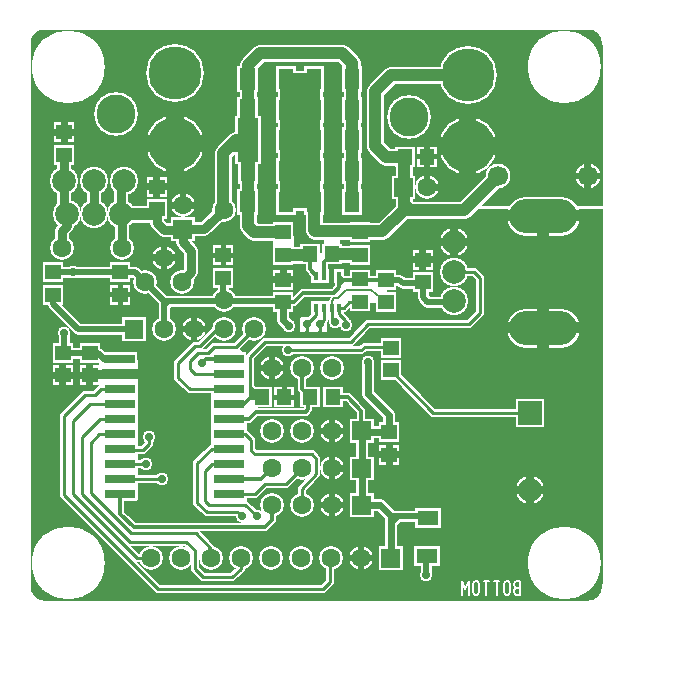
<source format=gbr>
%FSLAX34Y34*%
%MOMM*%
%LNCOPPER_BOTTOM*%
G71*
G01*
%ADD10R, 3.000X1.200*%
%ADD11C, 2.400*%
%ADD12C, 5.600*%
%ADD13C, 3.300*%
%ADD14C, 2.400*%
%ADD15C, 2.000*%
%ADD16R, 0.850X1.200*%
%ADD17C, 2.000*%
%ADD18C, 4.900*%
%ADD19C, 3.700*%
%ADD20C, 1.200*%
%ADD21R, 1.800X1.700*%
%ADD22C, 1.400*%
%ADD23R, 1.700X2.200*%
%ADD24C, 1.600*%
%ADD25R, 1.700X1.800*%
%ADD26C, 0.700*%
%ADD27R, 1.800X1.600*%
%ADD28C, 0.660*%
%ADD29C, 0.900*%
%ADD30C, 1.100*%
%ADD31C, 1.000*%
%ADD32C, 0.600*%
%ADD33R, 2.200X1.700*%
%ADD34C, 0.150*%
%ADD35C, 0.260*%
%ADD36C, 0.206*%
%ADD37C, 2.100*%
%ADD38C, 0.200*%
%ADD39R, 2.200X4.100*%
%ADD40C, 0.500*%
%ADD41C, 0.776*%
%ADD42C, 0.667*%
%ADD43C, 0.967*%
%ADD44C, 0.533*%
%ADD45C, 0.372*%
%ADD46C, 1.500*%
%ADD47C, 0.607*%
%ADD48C, 0.433*%
%ADD49C, 0.233*%
%ADD50C, 0.567*%
%ADD51R, 2.600X0.800*%
%ADD52C, 2.000*%
%ADD53C, 2.900*%
%ADD54C, 2.000*%
%ADD55C, 1.600*%
%ADD56R, 0.450X0.800*%
%ADD57C, 1.600*%
%ADD58C, 4.500*%
%ADD59C, 3.300*%
%ADD60C, 0.800*%
%ADD61R, 1.400X1.300*%
%ADD62R, 1.300X1.800*%
%ADD63R, 1.300X1.400*%
%ADD64C, 0.300*%
%ADD65C, 0.700*%
%ADD66R, 1.400X1.200*%
%ADD67R, 1.800X1.300*%
%ADD68C, 1.700*%
%ADD69R, 1.800X3.700*%
%LPD*%
G36*
X-4000Y3000D02*
X546000Y3000D01*
X546000Y-547000D01*
X-4000Y-547000D01*
X-4000Y3000D01*
G37*
%LPC*%
X176000Y-287300D02*
G54D10*
D03*
X176000Y-300000D02*
G54D10*
D03*
X176000Y-312700D02*
G54D10*
D03*
X176000Y-325400D02*
G54D10*
D03*
X176000Y-338100D02*
G54D10*
D03*
X176000Y-350800D02*
G54D10*
D03*
X176000Y-363500D02*
G54D10*
D03*
X176000Y-376200D02*
G54D10*
D03*
X176000Y-388900D02*
G54D10*
D03*
X176000Y-401600D02*
G54D10*
D03*
X84000Y-401600D02*
G54D10*
D03*
X84000Y-388900D02*
G54D10*
D03*
X84000Y-376200D02*
G54D10*
D03*
X84000Y-363500D02*
G54D10*
D03*
X84000Y-350800D02*
G54D10*
D03*
X84000Y-338100D02*
G54D10*
D03*
X84000Y-325400D02*
G54D10*
D03*
X84000Y-312700D02*
G54D10*
D03*
X84000Y-300000D02*
G54D10*
D03*
X84000Y-287300D02*
G54D10*
D03*
X39119Y-164850D02*
G54D11*
D03*
X62019Y-164850D02*
G54D11*
D03*
X84919Y-164850D02*
G54D11*
D03*
X40033Y-39986D02*
G54D12*
D03*
X460033Y-39986D02*
G54D12*
D03*
X460033Y-459986D02*
G54D12*
D03*
X40033Y-459986D02*
G54D12*
D03*
X431033Y-397986D02*
G54D11*
D03*
G36*
X443033Y-320986D02*
X443033Y-344986D01*
X419033Y-344986D01*
X419033Y-320986D01*
X443033Y-320986D01*
G37*
G54D13*
X456402Y-260837D02*
X427402Y-260837D01*
G54D13*
X456402Y-165837D02*
X427402Y-165837D01*
X366902Y-213337D02*
G54D14*
D03*
X366902Y-238337D02*
G54D14*
D03*
X366902Y-188337D02*
G54D14*
D03*
X212453Y-348099D02*
G54D15*
D03*
X237853Y-348099D02*
G54D15*
D03*
X263254Y-348099D02*
G54D15*
D03*
G36*
X278653Y-358099D02*
X278653Y-338099D01*
X298653Y-338099D01*
X298653Y-358099D01*
X278653Y-358099D01*
G37*
X250033Y-216875D02*
G54D16*
D03*
X250033Y-243875D02*
G54D16*
D03*
X256533Y-216875D02*
G54D16*
D03*
X256533Y-243875D02*
G54D16*
D03*
X263033Y-216875D02*
G54D16*
D03*
X263033Y-243875D02*
G54D16*
D03*
X269533Y-216875D02*
G54D16*
D03*
X269533Y-243875D02*
G54D16*
D03*
X212441Y-379931D02*
G54D15*
D03*
X237842Y-379931D02*
G54D15*
D03*
X263242Y-379931D02*
G54D15*
D03*
G36*
X278642Y-389931D02*
X278642Y-369931D01*
X298642Y-369931D01*
X298642Y-389931D01*
X278642Y-389931D01*
G37*
X105033Y-221986D02*
G54D17*
D03*
X135989Y-221986D02*
G54D17*
D03*
X120907Y-201349D02*
G54D17*
D03*
X137080Y-157287D02*
G54D17*
D03*
G36*
X147079Y-167287D02*
X147079Y-187287D01*
X127079Y-187287D01*
X127079Y-167287D01*
X147079Y-167287D01*
G37*
X378122Y-46878D02*
G54D18*
D03*
X378122Y-106878D02*
G54D18*
D03*
X328322Y-81978D02*
G54D19*
D03*
G36*
X85698Y-272031D02*
X85698Y-252031D01*
X105698Y-252031D01*
X105698Y-272031D01*
X85698Y-272031D01*
G37*
X121098Y-262031D02*
G54D15*
D03*
X146499Y-262031D02*
G54D15*
D03*
X171898Y-262031D02*
G54D15*
D03*
X197298Y-262031D02*
G54D15*
D03*
X85491Y-193135D02*
G54D17*
D03*
X34691Y-193135D02*
G54D17*
D03*
X36522Y-136374D02*
G54D11*
D03*
X61922Y-136374D02*
G54D11*
D03*
X87322Y-136374D02*
G54D11*
D03*
G54D20*
X36522Y-136374D02*
X36522Y-162254D01*
X39119Y-164850D01*
X39119Y-174581D01*
X34489Y-179212D01*
X34489Y-194934D01*
X34691Y-195135D01*
G54D20*
X85491Y-195135D02*
X85491Y-165422D01*
X84919Y-164850D01*
X84919Y-138777D01*
X87322Y-136374D01*
X36852Y-95374D02*
G54D21*
D03*
X36852Y-114374D02*
G54D21*
D03*
X114964Y-141383D02*
G54D21*
D03*
X114964Y-160383D02*
G54D21*
D03*
G54D20*
X36522Y-136374D02*
X36522Y-114703D01*
X36852Y-114374D01*
G54D20*
X61922Y-136374D02*
X61922Y-164754D01*
X62019Y-164850D01*
G54D22*
X84919Y-164850D02*
X110496Y-164850D01*
X114964Y-160383D01*
X247826Y-50158D02*
G54D23*
D03*
X280326Y-50258D02*
G54D23*
D03*
X247826Y-76158D02*
G54D23*
D03*
X280326Y-76258D02*
G54D23*
D03*
X247826Y-102158D02*
G54D23*
D03*
X280326Y-102258D02*
G54D23*
D03*
X247826Y-128158D02*
G54D23*
D03*
X280326Y-128258D02*
G54D23*
D03*
X247826Y-154158D02*
G54D23*
D03*
X280326Y-154258D02*
G54D23*
D03*
G36*
X183326Y-39158D02*
X200326Y-39158D01*
X200326Y-61158D01*
X183326Y-61158D01*
X183326Y-39158D01*
G37*
X224326Y-50258D02*
G54D23*
D03*
G36*
X183326Y-65158D02*
X200326Y-65158D01*
X200326Y-87158D01*
X183326Y-87158D01*
X183326Y-65158D01*
G37*
X224326Y-76258D02*
G54D23*
D03*
X191826Y-102158D02*
G54D23*
D03*
X224326Y-102258D02*
G54D23*
D03*
X191826Y-128158D02*
G54D23*
D03*
X224326Y-128258D02*
G54D23*
D03*
G36*
X183326Y-143158D02*
X200326Y-143158D01*
X200326Y-165158D01*
X183326Y-165158D01*
X183326Y-143158D01*
G37*
X224326Y-154258D02*
G54D23*
D03*
G54D22*
X280326Y-50258D02*
X280326Y-154258D01*
G54D22*
X247826Y-50158D02*
X247826Y-154158D01*
G54D22*
X191826Y-50158D02*
X191826Y-154158D01*
G54D22*
X224326Y-50258D02*
X224326Y-154258D01*
G54D24*
X20033Y14D02*
X480033Y14D01*
G54D24*
G75*
G01X20033Y14D02*
G03X33Y-19986I0J-20000D01*
G01*
G54D24*
G75*
G01X500033Y-19986D02*
G03X480033Y14I-20000J0D01*
G01*
G54D24*
X33Y-19986D02*
X33Y-479986D01*
G54D24*
G75*
G01X33Y-479986D02*
G03X20033Y-499986I20000J0D01*
G01*
G54D24*
X500033Y-19986D02*
X500033Y-479986D01*
G54D24*
G75*
G01X480033Y-499986D02*
G03X500033Y-479986I0J20000D01*
G01*
G54D24*
X20033Y-499986D02*
X480033Y-499986D01*
G54D22*
X280326Y-50258D02*
X280326Y-36279D01*
X272033Y-27986D01*
X202033Y-27986D01*
X192033Y-37986D01*
X192033Y-49951D01*
X191826Y-50158D01*
G36*
X224326Y-50258D02*
X224326Y-154258D01*
X247726Y-154258D01*
X247826Y-154158D01*
X247826Y-50158D01*
X224326Y-50258D01*
G37*
G54D22*
X224326Y-50258D02*
X224326Y-154258D01*
X247726Y-154258D01*
X247826Y-154158D01*
X247826Y-50158D01*
X224326Y-50258D01*
X344033Y-141986D02*
G54D17*
D03*
G36*
X334033Y-151986D02*
X314033Y-151986D01*
X314033Y-131986D01*
X334033Y-131986D01*
X334033Y-151986D01*
G37*
X324800Y-116100D02*
G54D25*
D03*
X343800Y-116101D02*
G54D25*
D03*
G54D22*
X324458Y-116758D02*
X324458Y-138614D01*
X325116Y-139272D01*
X222033Y-179986D02*
G54D21*
D03*
X222033Y-198986D02*
G54D21*
D03*
X287033Y-179986D02*
G54D21*
D03*
X287033Y-198986D02*
G54D21*
D03*
G54D22*
X248033Y-153986D02*
X248033Y-177986D01*
X249033Y-178986D01*
X306033Y-178986D01*
X324033Y-160986D01*
X324033Y-138986D01*
X263632Y-198469D02*
G54D25*
D03*
X244632Y-198469D02*
G54D25*
D03*
G54D22*
X222033Y-198986D02*
X244115Y-198986D01*
X244632Y-198469D01*
G54D22*
X263632Y-198469D02*
X285516Y-198469D01*
X286033Y-198986D01*
X84033Y-213986D02*
G54D21*
D03*
X84033Y-232986D02*
G54D21*
D03*
G54D26*
X244632Y-198469D02*
X244632Y-211475D01*
X250033Y-216875D01*
G54D26*
X256533Y-216875D02*
X256533Y-205568D01*
X263632Y-198469D01*
X287033Y-219386D02*
G54D27*
D03*
X287033Y-239386D02*
G54D27*
D03*
X309033Y-219986D02*
G54D21*
D03*
X309033Y-238986D02*
G54D21*
D03*
G54D26*
X308033Y-219986D02*
X286033Y-219986D01*
X272644Y-219986D01*
X269533Y-216875D01*
G54D28*
X269533Y-243875D02*
X273144Y-243875D01*
X278033Y-238986D01*
X285633Y-238986D01*
X286033Y-239386D01*
G54D28*
X272644Y-219986D02*
X272644Y-220375D01*
X270033Y-222986D01*
G36*
X323196Y-445843D02*
X323196Y-465843D01*
X303196Y-465843D01*
X303196Y-445843D01*
X323196Y-445843D01*
G37*
X287796Y-455843D02*
G54D15*
D03*
X262396Y-455844D02*
G54D15*
D03*
X236996Y-455843D02*
G54D15*
D03*
X211596Y-455843D02*
G54D15*
D03*
X186196Y-455843D02*
G54D15*
D03*
X160796Y-455844D02*
G54D15*
D03*
X135396Y-455844D02*
G54D15*
D03*
X27033Y-232986D02*
G54D21*
D03*
X27032Y-213987D02*
G54D21*
D03*
X58223Y-300940D02*
G54D21*
D03*
X58223Y-281941D02*
G54D21*
D03*
X35223Y-300940D02*
G54D21*
D03*
X35223Y-281941D02*
G54D21*
D03*
G54D29*
X35223Y-281941D02*
X58223Y-281941D01*
X153033Y-290986D02*
G54D30*
D03*
X36033Y-264986D02*
G54D30*
D03*
X313006Y-277923D02*
G54D21*
D03*
X313006Y-296923D02*
G54D21*
D03*
X212453Y-411099D02*
G54D15*
D03*
X237853Y-411099D02*
G54D15*
D03*
X263254Y-411099D02*
G54D15*
D03*
G36*
X278653Y-421099D02*
X278653Y-401099D01*
X298653Y-401099D01*
X298653Y-421099D01*
X278653Y-421099D01*
G37*
X171289Y-218445D02*
G54D21*
D03*
X171289Y-199445D02*
G54D21*
D03*
X44033Y-213986D02*
G54D30*
D03*
X222033Y-219986D02*
G54D21*
D03*
X222033Y-238986D02*
G54D21*
D03*
G54D29*
X27033Y-232986D02*
X27033Y-240986D01*
X48033Y-261986D01*
X95653Y-261986D01*
X95698Y-262031D01*
X110033Y-455986D02*
G54D15*
D03*
X212454Y-295099D02*
G54D15*
D03*
X237853Y-295099D02*
G54D15*
D03*
X263253Y-295099D02*
G54D15*
D03*
X244907Y-319852D02*
G54D25*
D03*
X263906Y-319851D02*
G54D25*
D03*
X203907Y-319852D02*
G54D25*
D03*
X222907Y-319851D02*
G54D25*
D03*
G54D26*
X176000Y-325400D02*
X188619Y-325400D01*
X194033Y-319986D01*
X203772Y-319986D01*
X203907Y-319852D01*
G54D26*
X237853Y-295099D02*
X237853Y-312798D01*
X244907Y-319852D01*
X339964Y-203383D02*
G54D21*
D03*
X339964Y-222383D02*
G54D21*
D03*
G54D26*
X263906Y-319851D02*
X276898Y-319851D01*
X288033Y-330986D01*
X288033Y-347478D01*
X288653Y-348099D01*
G54D26*
X176000Y-338100D02*
X192919Y-338100D01*
X199033Y-331986D01*
X241033Y-331986D01*
X243033Y-329986D01*
X243033Y-321726D01*
X244907Y-319852D01*
G54D28*
X171898Y-262031D02*
X165988Y-262031D01*
X151533Y-276486D01*
X147533Y-276486D01*
X133033Y-290986D01*
X133033Y-302986D01*
X142746Y-312700D01*
X176000Y-312700D01*
G54D28*
X197298Y-262031D02*
X196988Y-262031D01*
X182033Y-276986D01*
X163033Y-276986D01*
X158033Y-281986D01*
X150033Y-281986D01*
X143033Y-288986D01*
X143033Y-295986D01*
X147033Y-299986D01*
X175986Y-299986D01*
X176000Y-300000D01*
G54D26*
X176000Y-287300D02*
X156719Y-287300D01*
X153033Y-290986D01*
G54D26*
X176000Y-388900D02*
X203472Y-388900D01*
X212441Y-379931D01*
G54D31*
X313196Y-455843D02*
X313196Y-420150D01*
X304033Y-410986D01*
X288766Y-410986D01*
X288653Y-411099D01*
X288653Y-348099D01*
G54D28*
X176000Y-401600D02*
X198419Y-401600D01*
X207033Y-392986D01*
X224786Y-392986D01*
X237842Y-379931D01*
G54D32*
X263033Y-243875D02*
X263033Y-237986D01*
X265033Y-235986D01*
X268333Y-235986D01*
X275033Y-229286D01*
X296333Y-229286D01*
X309033Y-238986D01*
G54D28*
X176000Y-350800D02*
X189846Y-350800D01*
X195033Y-355986D01*
X195033Y-364986D01*
X198033Y-367986D01*
X246033Y-367986D01*
X250033Y-371986D01*
X250033Y-384986D01*
X238033Y-396986D01*
X238033Y-410920D01*
X237853Y-411099D01*
G54D29*
X36033Y-264986D02*
X36033Y-281131D01*
X35223Y-281941D01*
G54D29*
X58223Y-281941D02*
X64987Y-281941D01*
X71033Y-287986D01*
X83314Y-287986D01*
X84000Y-287300D01*
G54D28*
X84033Y-312486D02*
X67533Y-312486D01*
X62533Y-317486D01*
X54533Y-317486D01*
X36533Y-335486D01*
X36533Y-402486D01*
X116033Y-481986D01*
X256033Y-481986D01*
X262033Y-475986D01*
X262033Y-455986D01*
X262533Y-455986D01*
G54D28*
X84000Y-325400D02*
X58119Y-325400D01*
X44033Y-339486D01*
X44033Y-401986D01*
X98033Y-455986D01*
X110033Y-455986D01*
X344226Y-421758D02*
G54D33*
D03*
X344126Y-454258D02*
G54D33*
D03*
X343033Y-469986D02*
G54D30*
D03*
G54D29*
X313196Y-420150D02*
X342618Y-420150D01*
X344226Y-421758D01*
G54D29*
X343033Y-469986D02*
X343033Y-455351D01*
X344126Y-454258D01*
G54D28*
X84000Y-338100D02*
X66919Y-338100D01*
X51533Y-353486D01*
X51533Y-401486D01*
X92033Y-441986D01*
X140033Y-441986D01*
X226033Y-279986D02*
G54D30*
D03*
G54D28*
X366902Y-213337D02*
X383384Y-213337D01*
X389033Y-218986D01*
X389033Y-247986D01*
X379033Y-257986D01*
X294033Y-257986D01*
X279033Y-272986D01*
X207033Y-272986D01*
X194033Y-285986D01*
X194033Y-319986D01*
G54D28*
X226033Y-279986D02*
X288033Y-279986D01*
X291033Y-276986D01*
X313943Y-276986D01*
X316006Y-274923D01*
G54D28*
X186196Y-455843D02*
X186196Y-464823D01*
X179033Y-471986D01*
X154033Y-471986D01*
X147033Y-464986D01*
X147033Y-448986D01*
X140033Y-441986D01*
G54D28*
X103033Y-363986D02*
X84486Y-363986D01*
X84000Y-363500D01*
G54D28*
X160796Y-455844D02*
X160796Y-447750D01*
X148033Y-434986D01*
X93033Y-434986D01*
X59033Y-400986D01*
X59033Y-357986D01*
X66033Y-350986D01*
X83814Y-350986D01*
X84000Y-350800D01*
X106033Y-375986D02*
G54D30*
D03*
G54D28*
X106033Y-375986D02*
X84214Y-375986D01*
X84000Y-376200D01*
X119239Y-388510D02*
G54D30*
D03*
G54D28*
X120519Y-388500D02*
X84400Y-388500D01*
X84000Y-388900D01*
X275033Y-258486D02*
G54D30*
D03*
X266033Y-255986D02*
G54D30*
D03*
G54D28*
X263033Y-243875D02*
X263033Y-252986D01*
X265033Y-254986D01*
G54D28*
X269533Y-243875D02*
X269533Y-249486D01*
X274033Y-253986D01*
X274033Y-257986D01*
X311942Y-368482D02*
G54D21*
D03*
X311942Y-349482D02*
G54D21*
D03*
G54D22*
X191826Y-154158D02*
X191826Y-174779D01*
X197033Y-179986D01*
X222033Y-179986D01*
G54D28*
X256533Y-243875D02*
X256533Y-254486D01*
X253033Y-257986D01*
G54D28*
X250033Y-243875D02*
X250033Y-249986D01*
X242033Y-257986D01*
G36*
X162033Y-313986D02*
X162033Y-336986D01*
X192033Y-336986D01*
X200033Y-328986D01*
X200033Y-319986D01*
X194033Y-313986D01*
X194033Y-293986D01*
X186033Y-285986D01*
X186033Y-280986D01*
X182033Y-276986D01*
X163033Y-276986D01*
X158033Y-281986D01*
X142033Y-281986D01*
X133033Y-290986D01*
X133033Y-302986D01*
X142746Y-312700D01*
X162746Y-312700D01*
X163033Y-312986D01*
X162033Y-313986D01*
G37*
G54D34*
X162033Y-313986D02*
X162033Y-336986D01*
X192033Y-336986D01*
X200033Y-328986D01*
X200033Y-319986D01*
X194033Y-313986D01*
X194033Y-293986D01*
X186033Y-285986D01*
X186033Y-280986D01*
X182033Y-276986D01*
X163033Y-276986D01*
X158033Y-281986D01*
X142033Y-281986D01*
X133033Y-290986D01*
X133033Y-302986D01*
X142746Y-312700D01*
X162746Y-312700D01*
X163033Y-312986D01*
X162033Y-313986D01*
G36*
X98033Y-287986D02*
X98033Y-405986D01*
X69033Y-405986D01*
X69033Y-289986D01*
X98033Y-287986D01*
G37*
G54D34*
X98033Y-287986D02*
X98033Y-405986D01*
X69033Y-405986D01*
X69033Y-289986D01*
X98033Y-287986D01*
G36*
X67033Y-289986D02*
X71033Y-289986D01*
X71033Y-310986D01*
X67033Y-310986D01*
X67033Y-289986D01*
G37*
G54D34*
X67033Y-289986D02*
X71033Y-289986D01*
X71033Y-310986D01*
X67033Y-310986D01*
X67033Y-289986D01*
G54D35*
X360033Y-158986D02*
X500033Y-158986D01*
G54D29*
X105033Y-221986D02*
X121033Y-237986D01*
X221033Y-237986D01*
X222033Y-238986D01*
X171552Y-160726D02*
G54D15*
D03*
X171552Y-236926D02*
G54D15*
D03*
G54D22*
X191826Y-102158D02*
X181861Y-102158D01*
X171033Y-112986D01*
X171033Y-160206D01*
G54D29*
X27032Y-213987D02*
X44033Y-213986D01*
X61033Y-213986D01*
X84033Y-213986D01*
G54D29*
X84033Y-213986D02*
X96710Y-213986D01*
X104710Y-221986D01*
G54D20*
X114964Y-160383D02*
X114964Y-171918D01*
X121033Y-177986D01*
X136380Y-177986D01*
X137079Y-177287D01*
X154991Y-177287D01*
X171552Y-160726D01*
G36*
X269033Y-219986D02*
X287033Y-219986D01*
X287033Y-239386D01*
X269033Y-239386D01*
X269033Y-219986D01*
G37*
G54D34*
X269033Y-219986D02*
X287033Y-219986D01*
X287033Y-239386D01*
X269033Y-239386D01*
X269033Y-219986D01*
G36*
X248533Y-247486D02*
X253033Y-247486D01*
X253033Y-257986D01*
X248533Y-257986D01*
X248533Y-247486D01*
G37*
G54D34*
X248533Y-247486D02*
X253033Y-247486D01*
X253033Y-257986D01*
X248533Y-257986D01*
X248533Y-247486D01*
G36*
X287033Y-219386D02*
X309033Y-219386D01*
X309033Y-238986D01*
X287033Y-238986D01*
X287033Y-219386D01*
G37*
G54D34*
X287033Y-219386D02*
X309033Y-219386D01*
X309033Y-238986D01*
X287033Y-238986D01*
X287033Y-219386D01*
G36*
X244632Y-198469D02*
X257033Y-198469D01*
X257033Y-214486D01*
X244632Y-214486D01*
X244632Y-198469D01*
G37*
G54D34*
X244632Y-198469D02*
X257033Y-198469D01*
X257033Y-214486D01*
X244632Y-214486D01*
X244632Y-198469D01*
G36*
X214033Y-182986D02*
X230033Y-182986D01*
X230033Y-196486D01*
X214033Y-196486D01*
X214033Y-182986D01*
G37*
G54D34*
X214033Y-182986D02*
X230033Y-182986D01*
X230033Y-196486D01*
X214033Y-196486D01*
X214033Y-182986D01*
G36*
X257033Y-179486D02*
X269533Y-179486D01*
X269533Y-192486D01*
X257033Y-192486D01*
X257033Y-179486D01*
G37*
G54D34*
X257033Y-179486D02*
X269533Y-179486D01*
X269533Y-192486D01*
X257033Y-192486D01*
X257033Y-179486D01*
G36*
X190533Y-286486D02*
X190533Y-406486D01*
X161533Y-406486D01*
X161533Y-286486D01*
X190533Y-286486D01*
G37*
G54D34*
X190533Y-286486D02*
X190533Y-406486D01*
X161533Y-406486D01*
X161533Y-286486D01*
X190533Y-286486D01*
G36*
X176000Y-401600D02*
X198419Y-401600D01*
X207033Y-392986D01*
X224786Y-392986D01*
X237842Y-379931D01*
X247977Y-379931D01*
X251533Y-383486D01*
X251533Y-373486D01*
X247033Y-368986D01*
X199033Y-368986D01*
X195033Y-364986D01*
X195033Y-355986D01*
X189846Y-350800D01*
X176000Y-401600D01*
G37*
G54D34*
X176000Y-401600D02*
X198419Y-401600D01*
X207033Y-392986D01*
X224786Y-392986D01*
X237842Y-379931D01*
X247977Y-379931D01*
X251533Y-383486D01*
X251533Y-373486D01*
X247033Y-368986D01*
X199033Y-368986D01*
X195033Y-364986D01*
X195033Y-355986D01*
X189846Y-350800D01*
X176000Y-401600D01*
G36*
X228033Y-272986D02*
X278533Y-272986D01*
X278533Y-280486D01*
X228033Y-280486D01*
X228033Y-272986D01*
G37*
G54D34*
X228033Y-272986D02*
X278533Y-272986D01*
X278533Y-280486D01*
X228033Y-280486D01*
X228033Y-272986D01*
G36*
X87033Y-441986D02*
X140033Y-441986D01*
X147033Y-448986D01*
X147033Y-455986D01*
X160653Y-455986D01*
X160796Y-455844D01*
X160796Y-447750D01*
X148033Y-434986D01*
X89033Y-434986D01*
X87033Y-441986D01*
G37*
G54D34*
X87033Y-441986D02*
X140033Y-441986D01*
X147033Y-448986D01*
X147033Y-455986D01*
X160653Y-455986D01*
X160796Y-455844D01*
X160796Y-447750D01*
X148033Y-434986D01*
X89033Y-434986D01*
X87033Y-441986D01*
G54D22*
X380033Y-46986D02*
X313033Y-46986D01*
X300033Y-59986D01*
X300033Y-106986D01*
X309033Y-115986D01*
X325033Y-115986D01*
G36*
X75033Y-311986D02*
X84000Y-363500D01*
X84000Y-427000D01*
X59533Y-410986D01*
X45033Y-411986D01*
X36533Y-402486D01*
X36533Y-335486D01*
X54533Y-317486D01*
X64033Y-317486D01*
X69033Y-312486D01*
X75033Y-311986D01*
G37*
G54D34*
X75033Y-311986D02*
X84000Y-363500D01*
X84000Y-427000D01*
X59533Y-410986D01*
X45033Y-411986D01*
X36533Y-402486D01*
X36533Y-335486D01*
X54533Y-317486D01*
X64033Y-317486D01*
X69033Y-312486D01*
X75033Y-311986D01*
G54D20*
X137079Y-177287D02*
X137079Y-188533D01*
X144033Y-195486D01*
X144033Y-213943D01*
X135989Y-221986D01*
G54D26*
X269533Y-216875D02*
X269533Y-226486D01*
X264945Y-231074D01*
X238945Y-231074D01*
X231033Y-238986D01*
X222033Y-238986D01*
G54D36*
X422375Y-486764D02*
X422375Y-475209D01*
X419486Y-475209D01*
X418330Y-475931D01*
X417752Y-477375D01*
X417752Y-478820D01*
X418330Y-480264D01*
X419486Y-480987D01*
X418330Y-481709D01*
X417752Y-483153D01*
X417752Y-484598D01*
X418330Y-486042D01*
X419486Y-486764D01*
X422375Y-486764D01*
G54D36*
X422375Y-480987D02*
X419486Y-480987D01*
G54D36*
X409086Y-477375D02*
X409086Y-484598D01*
X409664Y-486042D01*
X410820Y-486764D01*
X411975Y-486764D01*
X413131Y-486042D01*
X413709Y-484598D01*
X413709Y-477375D01*
X413131Y-475931D01*
X411975Y-475209D01*
X410820Y-475209D01*
X409664Y-475931D01*
X409086Y-477375D01*
G54D36*
X402732Y-486764D02*
X402732Y-475209D01*
G54D36*
X405043Y-475209D02*
X400420Y-475209D01*
G54D36*
X394066Y-486764D02*
X394066Y-475209D01*
G54D36*
X396377Y-475209D02*
X391754Y-475209D01*
G54D36*
X383088Y-477375D02*
X383088Y-484598D01*
X383666Y-486042D01*
X384822Y-486764D01*
X385977Y-486764D01*
X387133Y-486042D01*
X387711Y-484598D01*
X387711Y-477375D01*
X387133Y-475931D01*
X385977Y-475209D01*
X384822Y-475209D01*
X383666Y-475931D01*
X383088Y-477375D01*
G54D36*
X379045Y-486764D02*
X379045Y-475209D01*
X376156Y-482431D01*
X373267Y-475209D01*
X373267Y-486764D01*
X130122Y-44878D02*
G54D18*
D03*
X130122Y-104878D02*
G54D18*
D03*
X80322Y-79978D02*
G54D19*
D03*
G54D29*
X309033Y-219986D02*
X320033Y-219986D01*
X323033Y-222986D01*
X339361Y-222986D01*
X339964Y-222383D01*
X339964Y-234918D01*
X344033Y-238986D01*
X366253Y-238986D01*
X366902Y-238337D01*
X403625Y-132301D02*
G54D37*
D03*
X479825Y-132301D02*
G54D37*
D03*
G54D22*
X324033Y-147986D02*
X324033Y-160986D01*
X374939Y-160986D01*
X403625Y-132301D01*
G54D38*
G75*
G01X70033Y-39986D02*
G03X70033Y-39986I-30000J0D01*
G01*
G36*
G75*
G01X70033Y-39986D02*
G03X70033Y-39986I-30000J0D01*
G01*
G37*
X70033Y-39986D01*
G54D38*
G75*
G01X490033Y-39986D02*
G03X490033Y-39986I-30000J0D01*
G01*
G36*
G75*
G01X490033Y-39986D02*
G03X490033Y-39986I-30000J0D01*
G01*
G37*
X490033Y-39986D01*
G54D38*
G75*
G01X70033Y-459986D02*
G03X70033Y-459986I-30000J0D01*
G01*
G36*
G75*
G01X70033Y-459986D02*
G03X70033Y-459986I-30000J0D01*
G01*
G37*
X70033Y-459986D01*
G54D38*
G75*
G01X490033Y-459986D02*
G03X490033Y-459986I-30000J0D01*
G01*
G36*
G75*
G01X490033Y-459986D02*
G03X490033Y-459986I-30000J0D01*
G01*
G37*
X490033Y-459986D01*
G54D28*
X431033Y-332986D02*
X349070Y-332986D01*
X313006Y-296923D01*
G54D29*
X121098Y-262031D02*
X121098Y-238052D01*
X121033Y-237986D01*
G54D29*
X125033Y-237986D02*
X122033Y-240986D01*
G54D29*
X326033Y-154986D02*
X327033Y-154986D01*
X332033Y-159986D01*
X253033Y-257986D02*
G54D30*
D03*
X242033Y-257986D02*
G54D30*
D03*
G36*
X237033Y-252686D02*
X258033Y-252686D01*
X258033Y-263686D01*
X237033Y-263686D01*
X237033Y-252686D01*
G37*
G54D34*
X237033Y-252686D02*
X258033Y-252686D01*
X258033Y-263686D01*
X237033Y-263686D01*
X237033Y-252686D01*
G36*
X194033Y-311986D02*
X195033Y-311986D01*
X199033Y-315986D01*
X199033Y-319986D01*
X194033Y-319986D01*
X194033Y-311986D01*
G37*
G54D28*
X194033Y-311986D02*
X195033Y-311986D01*
X199033Y-315986D01*
X199033Y-319986D01*
X194033Y-319986D01*
X194033Y-311986D01*
X237126Y-102158D02*
G54D39*
D03*
X191826Y-102158D02*
G54D39*
D03*
G36*
X179033Y-110986D02*
X185033Y-110986D01*
X185033Y-107986D01*
X183033Y-105986D01*
X183033Y-106986D01*
X179033Y-110986D01*
G37*
G54D32*
X179033Y-110986D02*
X185033Y-110986D01*
X185033Y-107986D01*
X183033Y-105986D01*
X183033Y-106986D01*
X179033Y-110986D01*
X108033Y-353286D02*
G54D30*
D03*
G54D28*
X103033Y-363986D02*
X108033Y-358986D01*
X108033Y-353286D01*
G54D26*
X84000Y-401600D02*
X84000Y-418154D01*
X95458Y-429611D01*
X206583Y-429611D01*
X212933Y-423261D01*
X212933Y-411578D01*
X212453Y-411099D01*
X199483Y-420436D02*
G54D30*
D03*
X186783Y-420436D02*
G54D30*
D03*
G54D28*
X176000Y-376200D02*
X161569Y-376200D01*
X155783Y-381986D01*
X155783Y-407386D01*
X158958Y-410561D01*
X189608Y-410561D01*
X199483Y-420436D01*
G54D28*
X176000Y-363500D02*
X161569Y-363500D01*
X149433Y-375636D01*
X149433Y-408974D01*
X157370Y-416911D01*
X183258Y-416911D01*
X186783Y-420436D01*
G36*
X166895Y-364524D02*
X166895Y-407386D01*
X157370Y-416911D01*
X149433Y-408974D01*
X149433Y-375636D01*
X161569Y-363500D01*
X166895Y-364524D01*
G37*
G54D35*
X166895Y-364524D02*
X166895Y-407386D01*
X157370Y-416911D01*
X149433Y-408974D01*
X149433Y-375636D01*
X161569Y-363500D01*
X166895Y-364524D01*
G36*
X158958Y-410561D02*
X158958Y-415324D01*
X157370Y-416911D01*
X183258Y-416911D01*
X186783Y-420436D01*
X186783Y-428861D01*
X187533Y-429611D01*
X206583Y-429611D01*
X212933Y-423261D01*
X212933Y-411578D01*
X212453Y-411099D01*
X208820Y-411099D01*
X199483Y-420436D01*
X189608Y-410561D01*
X158958Y-410561D01*
G37*
G54D35*
X158958Y-410561D02*
X158958Y-415324D01*
X157370Y-416911D01*
X183258Y-416911D01*
X186783Y-420436D01*
X186783Y-428861D01*
X187533Y-429611D01*
X206583Y-429611D01*
X212933Y-423261D01*
X212933Y-411578D01*
X212453Y-411099D01*
X208820Y-411099D01*
X199483Y-420436D01*
X189608Y-410561D01*
X158958Y-410561D01*
G54D31*
X311942Y-349482D02*
X290036Y-349482D01*
X288653Y-348099D01*
G54D31*
X222033Y-238986D02*
X222033Y-254562D01*
X227220Y-259749D01*
G54D31*
X293895Y-289911D02*
X293895Y-316899D01*
X311358Y-334361D01*
X311358Y-348898D01*
X311942Y-349482D01*
X293895Y-289911D02*
G54D30*
D03*
X227220Y-259749D02*
G54D30*
D03*
G54D29*
X171289Y-218445D02*
X171289Y-236663D01*
X171552Y-236926D01*
G54D29*
X319295Y-420086D02*
X312945Y-426436D01*
G36*
X-21467Y10514D02*
X543533Y10514D01*
X543533Y514D01*
X-21467Y514D01*
X-21467Y10514D01*
G37*
G54D40*
X-21467Y10514D02*
X543533Y10514D01*
X543533Y514D01*
X-21467Y514D01*
X-21467Y10514D01*
G36*
X546533Y514D02*
X545533Y-547486D01*
X498533Y-547486D01*
X498533Y514D01*
X546533Y514D01*
G37*
G54D40*
X546533Y514D02*
X545533Y-547486D01*
X498533Y-547486D01*
X498533Y514D01*
X546533Y514D01*
G36*
X-21467Y-499486D02*
X-21467Y-544486D01*
X545533Y-547486D01*
X546533Y-499486D01*
X-21467Y-499486D01*
G37*
G54D40*
X-21467Y-499486D02*
X-21467Y-544486D01*
X545533Y-547486D01*
X546533Y-499486D01*
X-21467Y-499486D01*
G36*
X3533Y-534486D02*
X-21467Y-534486D01*
X-21467Y10514D01*
X3533Y10514D01*
X3533Y-534486D01*
G37*
G54D40*
X3533Y-534486D02*
X-21467Y-534486D01*
X-21467Y10514D01*
X3533Y10514D01*
X3533Y-534486D01*
%LPD*%
G54D41*
G36*
X84000Y-296120D02*
X99500Y-296120D01*
X99500Y-303880D01*
X84000Y-303880D01*
X84000Y-296120D01*
G37*
G36*
X84000Y-303880D02*
X68500Y-303880D01*
X68500Y-296120D01*
X84000Y-296120D01*
X84000Y-303880D01*
G37*
G54D42*
G36*
X431033Y-394653D02*
X443533Y-394653D01*
X443533Y-401320D01*
X431033Y-401320D01*
X431033Y-394653D01*
G37*
G36*
X434366Y-397986D02*
X434366Y-410486D01*
X427699Y-410486D01*
X427699Y-397986D01*
X434366Y-397986D01*
G37*
G36*
X431033Y-401320D02*
X418533Y-401320D01*
X418533Y-394653D01*
X431033Y-394653D01*
X431033Y-401320D01*
G37*
G36*
X427699Y-397986D02*
X427699Y-385486D01*
X434366Y-385486D01*
X434366Y-397986D01*
X427699Y-397986D01*
G37*
G54D43*
G36*
X441902Y-256004D02*
X473402Y-256004D01*
X473402Y-265671D01*
X441902Y-265671D01*
X441902Y-256004D01*
G37*
G36*
X446735Y-260837D02*
X446735Y-277837D01*
X437068Y-277837D01*
X437068Y-260837D01*
X446735Y-260837D01*
G37*
G36*
X441902Y-265671D02*
X410402Y-265671D01*
X410402Y-256004D01*
X441902Y-256004D01*
X441902Y-265671D01*
G37*
G36*
X437068Y-260837D02*
X437068Y-243837D01*
X446735Y-243837D01*
X446735Y-260837D01*
X437068Y-260837D01*
G37*
G54D43*
G36*
X441902Y-161004D02*
X473402Y-161004D01*
X473402Y-170671D01*
X441902Y-170671D01*
X441902Y-161004D01*
G37*
G36*
X446735Y-165837D02*
X446735Y-182837D01*
X437068Y-182837D01*
X437068Y-165837D01*
X446735Y-165837D01*
G37*
G36*
X441902Y-170671D02*
X410402Y-170671D01*
X410402Y-161004D01*
X441902Y-161004D01*
X441902Y-170671D01*
G37*
G54D42*
G36*
X366902Y-185004D02*
X379402Y-185004D01*
X379402Y-191671D01*
X366902Y-191671D01*
X366902Y-185004D01*
G37*
G36*
X370235Y-188337D02*
X370235Y-200837D01*
X363568Y-200837D01*
X363568Y-188337D01*
X370235Y-188337D01*
G37*
G36*
X366902Y-191671D02*
X354402Y-191671D01*
X354402Y-185004D01*
X366902Y-185004D01*
X366902Y-191671D01*
G37*
G36*
X363568Y-188337D02*
X363568Y-175837D01*
X370235Y-175837D01*
X370235Y-188337D01*
X363568Y-188337D01*
G37*
G54D44*
G36*
X263254Y-350766D02*
X252754Y-350766D01*
X252754Y-345433D01*
X263254Y-345433D01*
X263254Y-350766D01*
G37*
G36*
X260587Y-348099D02*
X260587Y-337599D01*
X265920Y-337599D01*
X265920Y-348099D01*
X260587Y-348099D01*
G37*
G36*
X263254Y-345433D02*
X273754Y-345433D01*
X273754Y-350766D01*
X263254Y-350766D01*
X263254Y-345433D01*
G37*
G36*
X265920Y-348099D02*
X265920Y-358599D01*
X260587Y-358599D01*
X260587Y-348099D01*
X265920Y-348099D01*
G37*
G54D45*
G36*
X261173Y-216875D02*
X261173Y-210375D01*
X264893Y-210375D01*
X264893Y-216875D01*
X261173Y-216875D01*
G37*
G36*
X264893Y-216875D02*
X264893Y-223375D01*
X261173Y-223375D01*
X261173Y-216875D01*
X264893Y-216875D01*
G37*
G54D44*
G36*
X260575Y-379931D02*
X260575Y-369431D01*
X265908Y-369431D01*
X265908Y-379931D01*
X260575Y-379931D01*
G37*
G36*
X263242Y-377265D02*
X273742Y-377265D01*
X273742Y-382598D01*
X263242Y-382598D01*
X263242Y-377265D01*
G37*
G36*
X265908Y-379931D02*
X265908Y-390431D01*
X260575Y-390431D01*
X260575Y-379931D01*
X265908Y-379931D01*
G37*
G54D44*
G36*
X118241Y-201349D02*
X118241Y-190849D01*
X123574Y-190849D01*
X123574Y-201349D01*
X118241Y-201349D01*
G37*
G36*
X120907Y-198682D02*
X131407Y-198682D01*
X131407Y-204016D01*
X120907Y-204016D01*
X120907Y-198682D01*
G37*
G36*
X123574Y-201349D02*
X123574Y-211849D01*
X118241Y-211849D01*
X118241Y-201349D01*
X123574Y-201349D01*
G37*
G36*
X120907Y-204016D02*
X110407Y-204016D01*
X110407Y-198682D01*
X120907Y-198682D01*
X120907Y-204016D01*
G37*
G54D44*
G36*
X137080Y-154621D02*
X147580Y-154621D01*
X147580Y-159954D01*
X137080Y-159954D01*
X137080Y-154621D01*
G37*
G36*
X137080Y-159954D02*
X126580Y-159954D01*
X126580Y-154621D01*
X137080Y-154621D01*
X137080Y-159954D01*
G37*
G36*
X134413Y-157287D02*
X134413Y-146787D01*
X139746Y-146787D01*
X139746Y-157287D01*
X134413Y-157287D01*
G37*
G54D46*
G36*
X378122Y-99378D02*
X403122Y-99378D01*
X403122Y-114378D01*
X378122Y-114378D01*
X378122Y-99378D01*
G37*
G36*
X385622Y-106878D02*
X385622Y-131878D01*
X370622Y-131878D01*
X370622Y-106878D01*
X385622Y-106878D01*
G37*
G36*
X378122Y-114378D02*
X353122Y-114378D01*
X353122Y-99378D01*
X378122Y-99378D01*
X378122Y-114378D01*
G37*
G36*
X370622Y-106878D02*
X370622Y-81878D01*
X385622Y-81878D01*
X385622Y-106878D01*
X370622Y-106878D01*
G37*
G54D44*
G36*
X146499Y-264698D02*
X135999Y-264698D01*
X135999Y-259365D01*
X146499Y-259365D01*
X146499Y-264698D01*
G37*
G36*
X143832Y-262031D02*
X143832Y-251531D01*
X149165Y-251531D01*
X149165Y-262031D01*
X143832Y-262031D01*
G37*
G36*
X146499Y-259365D02*
X156999Y-259365D01*
X156999Y-264698D01*
X146499Y-264698D01*
X146499Y-259365D01*
G37*
G36*
X149165Y-262031D02*
X149165Y-272531D01*
X143832Y-272531D01*
X143832Y-262031D01*
X149165Y-262031D01*
G37*
G54D47*
G36*
X36852Y-92341D02*
X46352Y-92341D01*
X46352Y-98408D01*
X36852Y-98408D01*
X36852Y-92341D01*
G37*
G36*
X39885Y-95374D02*
X39885Y-104374D01*
X33818Y-104374D01*
X33818Y-95374D01*
X39885Y-95374D01*
G37*
G36*
X36852Y-98408D02*
X27352Y-98408D01*
X27352Y-92341D01*
X36852Y-92341D01*
X36852Y-98408D01*
G37*
G36*
X33818Y-95374D02*
X33818Y-86374D01*
X39885Y-86374D01*
X39885Y-95374D01*
X33818Y-95374D01*
G37*
G54D47*
G36*
X114964Y-138350D02*
X124464Y-138350D01*
X124464Y-144417D01*
X114964Y-144417D01*
X114964Y-138350D01*
G37*
G36*
X117997Y-141383D02*
X117997Y-150383D01*
X111930Y-150383D01*
X111930Y-141383D01*
X117997Y-141383D01*
G37*
G36*
X114964Y-144417D02*
X105464Y-144417D01*
X105464Y-138350D01*
X114964Y-138350D01*
X114964Y-144417D01*
G37*
G36*
X111930Y-141383D02*
X111930Y-132383D01*
X117997Y-132383D01*
X117997Y-141383D01*
X111930Y-141383D01*
G37*
G54D44*
G36*
X341366Y-141986D02*
X341366Y-131486D01*
X346699Y-131486D01*
X346699Y-141986D01*
X341366Y-141986D01*
G37*
G36*
X344033Y-139320D02*
X354533Y-139320D01*
X354533Y-144653D01*
X344033Y-144653D01*
X344033Y-139320D01*
G37*
G54D48*
G36*
X341634Y-116101D02*
X341634Y-106601D01*
X345966Y-106601D01*
X345966Y-116101D01*
X341634Y-116101D01*
G37*
G36*
X343800Y-113934D02*
X352800Y-113934D01*
X352800Y-118267D01*
X343800Y-118267D01*
X343800Y-113934D01*
G37*
G36*
X345966Y-116101D02*
X345966Y-125601D01*
X341634Y-125601D01*
X341634Y-116101D01*
X345966Y-116101D01*
G37*
G36*
X343800Y-118267D02*
X334800Y-118267D01*
X334800Y-113934D01*
X343800Y-113934D01*
X343800Y-118267D01*
G37*
G54D48*
G36*
X84033Y-230820D02*
X93533Y-230820D01*
X93533Y-235153D01*
X84033Y-235153D01*
X84033Y-230820D01*
G37*
G36*
X86199Y-232986D02*
X86199Y-241986D01*
X81866Y-241986D01*
X81866Y-232986D01*
X86199Y-232986D01*
G37*
G36*
X84033Y-235153D02*
X74533Y-235153D01*
X74533Y-230820D01*
X84033Y-230820D01*
X84033Y-235153D01*
G37*
G36*
X81866Y-232986D02*
X81866Y-223986D01*
X86199Y-223986D01*
X86199Y-232986D01*
X81866Y-232986D01*
G37*
G54D49*
G36*
X186366Y-199424D02*
X186366Y-195424D01*
X188699Y-195424D01*
X188699Y-199424D01*
X186366Y-199424D01*
G37*
G36*
X187533Y-198257D02*
X191533Y-198257D01*
X191533Y-200590D01*
X187533Y-200590D01*
X187533Y-198257D01*
G37*
G36*
X188699Y-199424D02*
X188699Y-203424D01*
X186366Y-203424D01*
X186366Y-199424D01*
X188699Y-199424D01*
G37*
G36*
X187533Y-200590D02*
X183533Y-200590D01*
X183533Y-198257D01*
X187533Y-198257D01*
X187533Y-200590D01*
G37*
G54D49*
G36*
X241208Y-245582D02*
X245208Y-245582D01*
X245208Y-247916D01*
X241208Y-247916D01*
X241208Y-245582D01*
G37*
G36*
X242374Y-246749D02*
X242374Y-250749D01*
X240041Y-250749D01*
X240041Y-246749D01*
X242374Y-246749D01*
G37*
G54D44*
G36*
X287796Y-453177D02*
X298296Y-453177D01*
X298296Y-458510D01*
X287796Y-458510D01*
X287796Y-453177D01*
G37*
G36*
X290462Y-455843D02*
X290462Y-466343D01*
X285129Y-466343D01*
X285129Y-455843D01*
X290462Y-455843D01*
G37*
G36*
X287796Y-458510D02*
X277296Y-458510D01*
X277296Y-453177D01*
X287796Y-453177D01*
X287796Y-458510D01*
G37*
G36*
X285129Y-455843D02*
X285129Y-445343D01*
X290462Y-445343D01*
X290462Y-455843D01*
X285129Y-455843D01*
G37*
G54D47*
G36*
X58223Y-303974D02*
X48723Y-303974D01*
X48723Y-297907D01*
X58223Y-297907D01*
X58223Y-303974D01*
G37*
G36*
X55189Y-300940D02*
X55189Y-291940D01*
X61256Y-291940D01*
X61256Y-300940D01*
X55189Y-300940D01*
G37*
G36*
X58223Y-297907D02*
X67723Y-297907D01*
X67723Y-303974D01*
X58223Y-303974D01*
X58223Y-297907D01*
G37*
G36*
X61256Y-300940D02*
X61256Y-309940D01*
X55189Y-309940D01*
X55189Y-300940D01*
X61256Y-300940D01*
G37*
G54D47*
G36*
X35223Y-303974D02*
X25723Y-303974D01*
X25723Y-297907D01*
X35223Y-297907D01*
X35223Y-303974D01*
G37*
G36*
X32189Y-300940D02*
X32189Y-291940D01*
X38256Y-291940D01*
X38256Y-300940D01*
X32189Y-300940D01*
G37*
G36*
X35223Y-297907D02*
X44723Y-297907D01*
X44723Y-303974D01*
X35223Y-303974D01*
X35223Y-297907D01*
G37*
G36*
X38256Y-300940D02*
X38256Y-309940D01*
X32189Y-309940D01*
X32189Y-300940D01*
X38256Y-300940D01*
G37*
G54D44*
G36*
X263254Y-413766D02*
X252754Y-413766D01*
X252754Y-408433D01*
X263254Y-408433D01*
X263254Y-413766D01*
G37*
G36*
X260587Y-411099D02*
X260587Y-400599D01*
X265920Y-400599D01*
X265920Y-411099D01*
X260587Y-411099D01*
G37*
G36*
X263254Y-408433D02*
X273754Y-408433D01*
X273754Y-413766D01*
X263254Y-413766D01*
X263254Y-408433D01*
G37*
G36*
X265920Y-411099D02*
X265920Y-421599D01*
X260587Y-421599D01*
X260587Y-411099D01*
X265920Y-411099D01*
G37*
G54D48*
G36*
X171289Y-201611D02*
X161789Y-201611D01*
X161789Y-197278D01*
X171289Y-197278D01*
X171289Y-201611D01*
G37*
G36*
X169122Y-199445D02*
X169122Y-190445D01*
X173455Y-190445D01*
X173455Y-199445D01*
X169122Y-199445D01*
G37*
G36*
X171289Y-197278D02*
X180789Y-197278D01*
X180789Y-201611D01*
X171289Y-201611D01*
X171289Y-197278D01*
G37*
G36*
X173455Y-199445D02*
X173455Y-208445D01*
X169122Y-208445D01*
X169122Y-199445D01*
X173455Y-199445D01*
G37*
G54D47*
G36*
X222033Y-216953D02*
X231533Y-216953D01*
X231533Y-223020D01*
X222033Y-223020D01*
X222033Y-216953D01*
G37*
G36*
X222033Y-223020D02*
X212533Y-223020D01*
X212533Y-216953D01*
X222033Y-216953D01*
X222033Y-223020D01*
G37*
G36*
X218999Y-219986D02*
X218999Y-210986D01*
X225066Y-210986D01*
X225066Y-219986D01*
X218999Y-219986D01*
G37*
G54D44*
G36*
X212454Y-297766D02*
X201954Y-297766D01*
X201954Y-292433D01*
X212454Y-292433D01*
X212454Y-297766D01*
G37*
G36*
X209787Y-295099D02*
X209787Y-284599D01*
X215120Y-284599D01*
X215120Y-295099D01*
X209787Y-295099D01*
G37*
G36*
X212454Y-292433D02*
X222954Y-292433D01*
X222954Y-297766D01*
X212454Y-297766D01*
X212454Y-292433D01*
G37*
G36*
X215120Y-295099D02*
X215120Y-305599D01*
X209787Y-305599D01*
X209787Y-295099D01*
X215120Y-295099D01*
G37*
G54D48*
G36*
X220740Y-319851D02*
X220740Y-310351D01*
X225073Y-310351D01*
X225073Y-319851D01*
X220740Y-319851D01*
G37*
G36*
X222907Y-317685D02*
X231907Y-317685D01*
X231907Y-322018D01*
X222907Y-322018D01*
X222907Y-317685D01*
G37*
G36*
X222907Y-322018D02*
X213907Y-322018D01*
X213907Y-317685D01*
X222907Y-317685D01*
X222907Y-322018D01*
G37*
G54D47*
G36*
X339964Y-200350D02*
X349464Y-200350D01*
X349464Y-206417D01*
X339964Y-206417D01*
X339964Y-200350D01*
G37*
G36*
X342997Y-203383D02*
X342997Y-212383D01*
X336930Y-212383D01*
X336930Y-203383D01*
X342997Y-203383D01*
G37*
G36*
X339964Y-206417D02*
X330464Y-206417D01*
X330464Y-200350D01*
X339964Y-200350D01*
X339964Y-206417D01*
G37*
G36*
X336930Y-203383D02*
X336930Y-194383D01*
X342997Y-194383D01*
X342997Y-203383D01*
X336930Y-203383D01*
G37*
G54D49*
G36*
X236866Y-219986D02*
X236866Y-215986D01*
X239199Y-215986D01*
X239199Y-219986D01*
X236866Y-219986D01*
G37*
G36*
X238033Y-218820D02*
X242033Y-218820D01*
X242033Y-221153D01*
X238033Y-221153D01*
X238033Y-218820D01*
G37*
G36*
X239199Y-219986D02*
X239199Y-223986D01*
X236866Y-223986D01*
X236866Y-219986D01*
X239199Y-219986D01*
G37*
G36*
X238033Y-221153D02*
X234033Y-221153D01*
X234033Y-218820D01*
X238033Y-218820D01*
X238033Y-221153D01*
G37*
G54D49*
G36*
X100278Y-237224D02*
X100278Y-233224D01*
X102612Y-233224D01*
X102612Y-237224D01*
X100278Y-237224D01*
G37*
G36*
X101445Y-236057D02*
X105445Y-236057D01*
X105445Y-238390D01*
X101445Y-238390D01*
X101445Y-236057D01*
G37*
G36*
X102612Y-237224D02*
X102612Y-241224D01*
X100278Y-241224D01*
X100278Y-237224D01*
X102612Y-237224D01*
G37*
G36*
X101445Y-238390D02*
X97445Y-238390D01*
X97445Y-236057D01*
X101445Y-236057D01*
X101445Y-238390D01*
G37*
G54D47*
G36*
X311942Y-371515D02*
X302442Y-371515D01*
X302442Y-365448D01*
X311942Y-365448D01*
X311942Y-371515D01*
G37*
G36*
X308908Y-368482D02*
X308908Y-359482D01*
X314975Y-359482D01*
X314975Y-368482D01*
X308908Y-368482D01*
G37*
G36*
X311942Y-365448D02*
X321442Y-365448D01*
X321442Y-371515D01*
X311942Y-371515D01*
X311942Y-365448D01*
G37*
G36*
X314975Y-368482D02*
X314975Y-377482D01*
X308908Y-377482D01*
X308908Y-368482D01*
X314975Y-368482D01*
G37*
G54D49*
G36*
X311278Y-385024D02*
X311278Y-381024D01*
X313612Y-381024D01*
X313612Y-385024D01*
X311278Y-385024D01*
G37*
G36*
X312445Y-383857D02*
X316445Y-383857D01*
X316445Y-386190D01*
X312445Y-386190D01*
X312445Y-383857D01*
G37*
G36*
X313612Y-385024D02*
X313612Y-389024D01*
X311278Y-389024D01*
X311278Y-385024D01*
X313612Y-385024D01*
G37*
G36*
X312445Y-386190D02*
X308445Y-386190D01*
X308445Y-383857D01*
X312445Y-383857D01*
X312445Y-386190D01*
G37*
G54D49*
G36*
X327278Y-369686D02*
X327278Y-365686D01*
X329612Y-365686D01*
X329612Y-369686D01*
X327278Y-369686D01*
G37*
G36*
X328445Y-368520D02*
X332445Y-368520D01*
X332445Y-370853D01*
X328445Y-370853D01*
X328445Y-368520D01*
G37*
G36*
X329612Y-369686D02*
X329612Y-373686D01*
X327278Y-373686D01*
X327278Y-369686D01*
X329612Y-369686D01*
G37*
G36*
X328445Y-370853D02*
X324445Y-370853D01*
X324445Y-368520D01*
X328445Y-368520D01*
X328445Y-370853D01*
G37*
G54D49*
G36*
X186453Y-223986D02*
X186453Y-219986D01*
X188787Y-219986D01*
X188787Y-223986D01*
X186453Y-223986D01*
G37*
G36*
X187620Y-222820D02*
X191620Y-222820D01*
X191620Y-225153D01*
X187620Y-225153D01*
X187620Y-222820D01*
G37*
G36*
X188787Y-223986D02*
X188787Y-227986D01*
X186453Y-227986D01*
X186453Y-223986D01*
X188787Y-223986D01*
G37*
G36*
X187620Y-225153D02*
X183620Y-225153D01*
X183620Y-222820D01*
X187620Y-222820D01*
X187620Y-225153D01*
G37*
G54D49*
G36*
X202041Y-223986D02*
X202041Y-219986D01*
X204374Y-219986D01*
X204374Y-223986D01*
X202041Y-223986D01*
G37*
G36*
X203208Y-222820D02*
X207208Y-222820D01*
X207208Y-225153D01*
X203208Y-225153D01*
X203208Y-222820D01*
G37*
G36*
X204374Y-223986D02*
X204374Y-227986D01*
X202041Y-227986D01*
X202041Y-223986D01*
X204374Y-223986D01*
G37*
G36*
X203208Y-225153D02*
X199208Y-225153D01*
X199208Y-222820D01*
X203208Y-222820D01*
X203208Y-225153D01*
G37*
G54D46*
G36*
X130122Y-97378D02*
X155122Y-97378D01*
X155122Y-112378D01*
X130122Y-112378D01*
X130122Y-97378D01*
G37*
G36*
X137622Y-104878D02*
X137622Y-129878D01*
X122622Y-129878D01*
X122622Y-104878D01*
X137622Y-104878D01*
G37*
G36*
X130122Y-112378D02*
X105122Y-112378D01*
X105122Y-97378D01*
X130122Y-97378D01*
X130122Y-112378D01*
G37*
G36*
X122622Y-104878D02*
X122622Y-79878D01*
X137622Y-79878D01*
X137622Y-104878D01*
X122622Y-104878D01*
G37*
G54D50*
G36*
X476992Y-132301D02*
X476992Y-121301D01*
X482658Y-121301D01*
X482658Y-132301D01*
X476992Y-132301D01*
G37*
G36*
X479825Y-129468D02*
X490825Y-129468D01*
X490825Y-135135D01*
X479825Y-135135D01*
X479825Y-129468D01*
G37*
G36*
X482658Y-132301D02*
X482658Y-143301D01*
X476992Y-143301D01*
X476992Y-132301D01*
X482658Y-132301D01*
G37*
G36*
X479825Y-135135D02*
X468825Y-135135D01*
X468825Y-129468D01*
X479825Y-129468D01*
X479825Y-135135D01*
G37*
G54D49*
G36*
X103816Y-299436D02*
X103816Y-295436D01*
X106149Y-295436D01*
X106149Y-299436D01*
X103816Y-299436D01*
G37*
G36*
X104983Y-298270D02*
X108983Y-298270D01*
X108983Y-300603D01*
X104983Y-300603D01*
X104983Y-298270D01*
G37*
G36*
X106149Y-299436D02*
X106149Y-303436D01*
X103816Y-303436D01*
X103816Y-299436D01*
X106149Y-299436D01*
G37*
G36*
X104983Y-300603D02*
X100983Y-300603D01*
X100983Y-298270D01*
X104983Y-298270D01*
X104983Y-300603D01*
G37*
G54D49*
G36*
X116516Y-299436D02*
X116516Y-295436D01*
X118849Y-295436D01*
X118849Y-299436D01*
X116516Y-299436D01*
G37*
G36*
X117683Y-298270D02*
X121683Y-298270D01*
X121683Y-300603D01*
X117683Y-300603D01*
X117683Y-298270D01*
G37*
G36*
X118849Y-299436D02*
X118849Y-303436D01*
X116516Y-303436D01*
X116516Y-299436D01*
X118849Y-299436D01*
G37*
G36*
X117683Y-300603D02*
X113683Y-300603D01*
X113683Y-298270D01*
X117683Y-298270D01*
X117683Y-300603D01*
G37*
G54D49*
G36*
X116516Y-324836D02*
X116516Y-320836D01*
X118849Y-320836D01*
X118849Y-324836D01*
X116516Y-324836D01*
G37*
G36*
X117683Y-323670D02*
X121683Y-323670D01*
X121683Y-326003D01*
X117683Y-326003D01*
X117683Y-323670D01*
G37*
G36*
X118849Y-324836D02*
X118849Y-328836D01*
X116516Y-328836D01*
X116516Y-324836D01*
X118849Y-324836D01*
G37*
G36*
X117683Y-326003D02*
X113683Y-326003D01*
X113683Y-323670D01*
X117683Y-323670D01*
X117683Y-326003D01*
G37*
G54D49*
G36*
X133978Y-324836D02*
X133978Y-320836D01*
X136312Y-320836D01*
X136312Y-324836D01*
X133978Y-324836D01*
G37*
G36*
X135145Y-323670D02*
X139145Y-323670D01*
X139145Y-326003D01*
X135145Y-326003D01*
X135145Y-323670D01*
G37*
G36*
X136312Y-324836D02*
X136312Y-328836D01*
X133978Y-328836D01*
X133978Y-324836D01*
X136312Y-324836D01*
G37*
G36*
X135145Y-326003D02*
X131145Y-326003D01*
X131145Y-323670D01*
X135145Y-323670D01*
X135145Y-326003D01*
G37*
G54D49*
G36*
X151441Y-324836D02*
X151441Y-320836D01*
X153774Y-320836D01*
X153774Y-324836D01*
X151441Y-324836D01*
G37*
G36*
X152608Y-323670D02*
X156608Y-323670D01*
X156608Y-326003D01*
X152608Y-326003D01*
X152608Y-323670D01*
G37*
G36*
X153774Y-324836D02*
X153774Y-328836D01*
X151441Y-328836D01*
X151441Y-324836D01*
X153774Y-324836D01*
G37*
G36*
X152608Y-326003D02*
X148608Y-326003D01*
X148608Y-323670D01*
X152608Y-323670D01*
X152608Y-326003D01*
G37*
G54D49*
G36*
X129216Y-369286D02*
X129216Y-365286D01*
X131549Y-365286D01*
X131549Y-369286D01*
X129216Y-369286D01*
G37*
G36*
X130383Y-368120D02*
X134383Y-368120D01*
X134383Y-370453D01*
X130383Y-370453D01*
X130383Y-368120D01*
G37*
G36*
X131549Y-369286D02*
X131549Y-373286D01*
X129216Y-373286D01*
X129216Y-369286D01*
X131549Y-369286D01*
G37*
G36*
X130383Y-370453D02*
X126383Y-370453D01*
X126383Y-368120D01*
X130383Y-368120D01*
X130383Y-370453D01*
G37*
G54D49*
G36*
X141916Y-356586D02*
X141916Y-352586D01*
X144249Y-352586D01*
X144249Y-356586D01*
X141916Y-356586D01*
G37*
G36*
X143083Y-355420D02*
X147083Y-355420D01*
X147083Y-357753D01*
X143083Y-357753D01*
X143083Y-355420D01*
G37*
G36*
X144249Y-356586D02*
X144249Y-360586D01*
X141916Y-360586D01*
X141916Y-356586D01*
X144249Y-356586D01*
G37*
G36*
X143083Y-357753D02*
X139083Y-357753D01*
X139083Y-355420D01*
X143083Y-355420D01*
X143083Y-357753D01*
G37*
G54D49*
G36*
X129216Y-386749D02*
X129216Y-382749D01*
X131549Y-382749D01*
X131549Y-386749D01*
X129216Y-386749D01*
G37*
G36*
X130383Y-385582D02*
X134383Y-385582D01*
X134383Y-387916D01*
X130383Y-387916D01*
X130383Y-385582D01*
G37*
G36*
X131549Y-386749D02*
X131549Y-390749D01*
X129216Y-390749D01*
X129216Y-386749D01*
X131549Y-386749D01*
G37*
G36*
X130383Y-387916D02*
X126383Y-387916D01*
X126383Y-385582D01*
X130383Y-385582D01*
X130383Y-387916D01*
G37*
G54D49*
G36*
X129216Y-404211D02*
X129216Y-400211D01*
X131549Y-400211D01*
X131549Y-404211D01*
X129216Y-404211D01*
G37*
G36*
X130383Y-403045D02*
X134383Y-403045D01*
X134383Y-405378D01*
X130383Y-405378D01*
X130383Y-403045D01*
G37*
G36*
X131549Y-404211D02*
X131549Y-408211D01*
X129216Y-408211D01*
X129216Y-404211D01*
X131549Y-404211D01*
G37*
G36*
X130383Y-405378D02*
X126383Y-405378D01*
X126383Y-403045D01*
X130383Y-403045D01*
X130383Y-405378D01*
G37*
G54D49*
G36*
X65353Y-232461D02*
X65353Y-228461D01*
X67687Y-228461D01*
X67687Y-232461D01*
X65353Y-232461D01*
G37*
G36*
X66520Y-231295D02*
X70520Y-231295D01*
X70520Y-233628D01*
X66520Y-233628D01*
X66520Y-231295D01*
G37*
G36*
X67687Y-232461D02*
X67687Y-236461D01*
X65353Y-236461D01*
X65353Y-232461D01*
X67687Y-232461D01*
G37*
G36*
X66520Y-233628D02*
X62520Y-233628D01*
X62520Y-231295D01*
X66520Y-231295D01*
X66520Y-233628D01*
G37*
G54D49*
G36*
X16141Y-302311D02*
X16141Y-298311D01*
X18474Y-298311D01*
X18474Y-302311D01*
X16141Y-302311D01*
G37*
G36*
X17308Y-301145D02*
X21308Y-301145D01*
X21308Y-303478D01*
X17308Y-303478D01*
X17308Y-301145D01*
G37*
G36*
X18474Y-302311D02*
X18474Y-306311D01*
X16141Y-306311D01*
X16141Y-302311D01*
X18474Y-302311D01*
G37*
G36*
X17308Y-303478D02*
X13308Y-303478D01*
X13308Y-301145D01*
X17308Y-301145D01*
X17308Y-303478D01*
G37*
G54D49*
G36*
X41541Y-316599D02*
X41541Y-312599D01*
X43874Y-312599D01*
X43874Y-316599D01*
X41541Y-316599D01*
G37*
G36*
X42708Y-315432D02*
X46708Y-315432D01*
X46708Y-317766D01*
X42708Y-317766D01*
X42708Y-315432D01*
G37*
G36*
X43874Y-316599D02*
X43874Y-320599D01*
X41541Y-320599D01*
X41541Y-316599D01*
X43874Y-316599D01*
G37*
G36*
X42708Y-317766D02*
X38708Y-317766D01*
X38708Y-315432D01*
X42708Y-315432D01*
X42708Y-317766D01*
G37*
G54D49*
G36*
X25666Y-316599D02*
X25666Y-312599D01*
X27999Y-312599D01*
X27999Y-316599D01*
X25666Y-316599D01*
G37*
G36*
X26833Y-315432D02*
X30833Y-315432D01*
X30833Y-317766D01*
X26833Y-317766D01*
X26833Y-315432D01*
G37*
G36*
X27999Y-316599D02*
X27999Y-320599D01*
X25666Y-320599D01*
X25666Y-316599D01*
X27999Y-316599D01*
G37*
G36*
X26833Y-317766D02*
X22833Y-317766D01*
X22833Y-315432D01*
X26833Y-315432D01*
X26833Y-317766D01*
G37*
G54D49*
G36*
X153028Y-199424D02*
X153028Y-195424D01*
X155362Y-195424D01*
X155362Y-199424D01*
X153028Y-199424D01*
G37*
G36*
X154195Y-198257D02*
X158195Y-198257D01*
X158195Y-200590D01*
X154195Y-200590D01*
X154195Y-198257D01*
G37*
G36*
X155362Y-199424D02*
X155362Y-203424D01*
X153028Y-203424D01*
X153028Y-199424D01*
X155362Y-199424D01*
G37*
G36*
X154195Y-200590D02*
X150195Y-200590D01*
X150195Y-198257D01*
X154195Y-198257D01*
X154195Y-200590D01*
G37*
G54D49*
G36*
X170491Y-181961D02*
X170491Y-177961D01*
X172824Y-177961D01*
X172824Y-181961D01*
X170491Y-181961D01*
G37*
G36*
X171658Y-180795D02*
X175658Y-180795D01*
X175658Y-183128D01*
X171658Y-183128D01*
X171658Y-180795D01*
G37*
G36*
X172824Y-181961D02*
X172824Y-185961D01*
X170491Y-185961D01*
X170491Y-181961D01*
X172824Y-181961D01*
G37*
G36*
X171658Y-183128D02*
X167658Y-183128D01*
X167658Y-180795D01*
X171658Y-180795D01*
X171658Y-183128D01*
G37*
G54D49*
G36*
X79641Y-249924D02*
X79641Y-245924D01*
X81974Y-245924D01*
X81974Y-249924D01*
X79641Y-249924D01*
G37*
G36*
X80808Y-248757D02*
X84808Y-248757D01*
X84808Y-251090D01*
X80808Y-251090D01*
X80808Y-248757D01*
G37*
G36*
X81974Y-249924D02*
X81974Y-253924D01*
X79641Y-253924D01*
X79641Y-249924D01*
X81974Y-249924D01*
G37*
G36*
X80808Y-251090D02*
X76808Y-251090D01*
X76808Y-248757D01*
X80808Y-248757D01*
X80808Y-251090D01*
G37*
X176000Y-287300D02*
G54D51*
D03*
X176000Y-300000D02*
G54D51*
D03*
X176000Y-312700D02*
G54D51*
D03*
X176000Y-325400D02*
G54D51*
D03*
X176000Y-338100D02*
G54D51*
D03*
X176000Y-350800D02*
G54D51*
D03*
X176000Y-363500D02*
G54D51*
D03*
X176000Y-376200D02*
G54D51*
D03*
X176000Y-388900D02*
G54D51*
D03*
X176000Y-401600D02*
G54D51*
D03*
X84000Y-401600D02*
G54D51*
D03*
X84000Y-388900D02*
G54D51*
D03*
X84000Y-376200D02*
G54D51*
D03*
X84000Y-363500D02*
G54D51*
D03*
X84000Y-350800D02*
G54D51*
D03*
X84000Y-338100D02*
G54D51*
D03*
X84000Y-325400D02*
G54D51*
D03*
X84000Y-312700D02*
G54D51*
D03*
X84000Y-300000D02*
G54D51*
D03*
X84000Y-287300D02*
G54D51*
D03*
X39119Y-164850D02*
G54D52*
D03*
X62019Y-164850D02*
G54D52*
D03*
X84919Y-164850D02*
G54D52*
D03*
X431033Y-397986D02*
G54D52*
D03*
G36*
X441033Y-322986D02*
X441033Y-342986D01*
X421033Y-342986D01*
X421033Y-322986D01*
X441033Y-322986D01*
G37*
G54D53*
X456402Y-260837D02*
X427402Y-260837D01*
G54D53*
X456402Y-165837D02*
X427402Y-165837D01*
X366902Y-213337D02*
G54D54*
D03*
X366902Y-238337D02*
G54D54*
D03*
X366902Y-188337D02*
G54D54*
D03*
X212453Y-348099D02*
G54D55*
D03*
X237853Y-348099D02*
G54D55*
D03*
X263254Y-348099D02*
G54D55*
D03*
G36*
X280653Y-356099D02*
X280653Y-340099D01*
X296653Y-340099D01*
X296653Y-356099D01*
X280653Y-356099D01*
G37*
X250033Y-216875D02*
G54D56*
D03*
X250033Y-243875D02*
G54D56*
D03*
X256533Y-216875D02*
G54D56*
D03*
X256533Y-243875D02*
G54D56*
D03*
X263033Y-216875D02*
G54D56*
D03*
X263033Y-243875D02*
G54D56*
D03*
X269533Y-216875D02*
G54D56*
D03*
X269533Y-243875D02*
G54D56*
D03*
X212441Y-379931D02*
G54D55*
D03*
X237842Y-379931D02*
G54D55*
D03*
X263242Y-379931D02*
G54D55*
D03*
G36*
X280642Y-387931D02*
X280642Y-371931D01*
X296642Y-371931D01*
X296642Y-387931D01*
X280642Y-387931D01*
G37*
X105033Y-221986D02*
G54D57*
D03*
X135989Y-221986D02*
G54D57*
D03*
X120907Y-201349D02*
G54D57*
D03*
X137080Y-157287D02*
G54D57*
D03*
G36*
X145079Y-169287D02*
X145079Y-185287D01*
X129079Y-185287D01*
X129079Y-169287D01*
X145079Y-169287D01*
G37*
X378122Y-46878D02*
G54D58*
D03*
X378122Y-106878D02*
G54D58*
D03*
X328322Y-81978D02*
G54D59*
D03*
G36*
X87698Y-270031D02*
X87698Y-254031D01*
X103698Y-254031D01*
X103698Y-270031D01*
X87698Y-270031D01*
G37*
X121098Y-262031D02*
G54D55*
D03*
X146499Y-262031D02*
G54D55*
D03*
X171898Y-262031D02*
G54D55*
D03*
X197298Y-262031D02*
G54D55*
D03*
X85491Y-193135D02*
G54D57*
D03*
X34691Y-193135D02*
G54D57*
D03*
X36522Y-136374D02*
G54D52*
D03*
X61922Y-136374D02*
G54D52*
D03*
X87322Y-136374D02*
G54D52*
D03*
G54D60*
X36522Y-136374D02*
X36522Y-162254D01*
X39119Y-164850D01*
X39119Y-174581D01*
X34489Y-179212D01*
X34489Y-194934D01*
X34691Y-195135D01*
G54D60*
X85491Y-195135D02*
X85491Y-165422D01*
X84919Y-164850D01*
X84919Y-138777D01*
X87322Y-136374D01*
X36852Y-95374D02*
G54D61*
D03*
X36852Y-114374D02*
G54D61*
D03*
X114964Y-141383D02*
G54D61*
D03*
X114964Y-160383D02*
G54D61*
D03*
G54D60*
X36522Y-136374D02*
X36522Y-114703D01*
X36852Y-114374D01*
G54D60*
X61922Y-136374D02*
X61922Y-164754D01*
X62019Y-164850D01*
G54D31*
X84919Y-164850D02*
X110496Y-164850D01*
X114964Y-160383D01*
X247826Y-50158D02*
G54D62*
D03*
X280326Y-50258D02*
G54D62*
D03*
X247826Y-76158D02*
G54D62*
D03*
X280326Y-76258D02*
G54D62*
D03*
X247826Y-102158D02*
G54D62*
D03*
X280326Y-102258D02*
G54D62*
D03*
X247826Y-128158D02*
G54D62*
D03*
X280326Y-128258D02*
G54D62*
D03*
X247826Y-154158D02*
G54D62*
D03*
X280326Y-154258D02*
G54D62*
D03*
G36*
X185326Y-41158D02*
X198326Y-41158D01*
X198326Y-59158D01*
X185326Y-59158D01*
X185326Y-41158D01*
G37*
X224326Y-50258D02*
G54D62*
D03*
G36*
X185326Y-67158D02*
X198326Y-67158D01*
X198326Y-85158D01*
X185326Y-85158D01*
X185326Y-67158D01*
G37*
X224326Y-76258D02*
G54D62*
D03*
X191826Y-102158D02*
G54D62*
D03*
X224326Y-102258D02*
G54D62*
D03*
X191826Y-128158D02*
G54D62*
D03*
X224326Y-128258D02*
G54D62*
D03*
G36*
X185326Y-145158D02*
X198326Y-145158D01*
X198326Y-163158D01*
X185326Y-163158D01*
X185326Y-145158D01*
G37*
X224326Y-154258D02*
G54D62*
D03*
G54D31*
X280326Y-50258D02*
X280326Y-154258D01*
G54D31*
X247826Y-50158D02*
X247826Y-154158D01*
G54D31*
X191826Y-50158D02*
X191826Y-154158D01*
G54D31*
X224326Y-50258D02*
X224326Y-154258D01*
G54D31*
X280326Y-50258D02*
X280326Y-36279D01*
X272033Y-27986D01*
X202033Y-27986D01*
X192033Y-37986D01*
X192033Y-49951D01*
X191826Y-50158D01*
G36*
X224326Y-50258D02*
X224326Y-154258D01*
X247726Y-154258D01*
X247826Y-154158D01*
X247826Y-50158D01*
X224326Y-50258D01*
G37*
G54D31*
X224326Y-50258D02*
X224326Y-154258D01*
X247726Y-154258D01*
X247826Y-154158D01*
X247826Y-50158D01*
X224326Y-50258D01*
X344033Y-141986D02*
G54D57*
D03*
G36*
X332033Y-149986D02*
X316033Y-149986D01*
X316033Y-133986D01*
X332033Y-133986D01*
X332033Y-149986D01*
G37*
X324800Y-116100D02*
G54D63*
D03*
X343800Y-116101D02*
G54D63*
D03*
G54D31*
X324458Y-116758D02*
X324458Y-138614D01*
X325116Y-139272D01*
X222033Y-179986D02*
G54D61*
D03*
X222033Y-198986D02*
G54D61*
D03*
X287033Y-179986D02*
G54D61*
D03*
X287033Y-198986D02*
G54D61*
D03*
G54D31*
X248033Y-153986D02*
X248033Y-177986D01*
X249033Y-178986D01*
X306033Y-178986D01*
X324033Y-160986D01*
X324033Y-138986D01*
X263632Y-198469D02*
G54D63*
D03*
X244632Y-198469D02*
G54D63*
D03*
G54D31*
X222033Y-198986D02*
X244115Y-198986D01*
X244632Y-198469D01*
G54D31*
X263632Y-198469D02*
X285516Y-198469D01*
X286033Y-198986D01*
X84033Y-213986D02*
G54D61*
D03*
X84033Y-232986D02*
G54D61*
D03*
G54D64*
X244632Y-198469D02*
X244632Y-211475D01*
X250033Y-216875D01*
G54D64*
X256533Y-216875D02*
X256533Y-205568D01*
X263632Y-198469D01*
X187533Y-199424D02*
G54D65*
D03*
X241208Y-246749D02*
G54D65*
D03*
X287033Y-219386D02*
G54D66*
D03*
X287033Y-239386D02*
G54D66*
D03*
X309033Y-219986D02*
G54D61*
D03*
X309033Y-238986D02*
G54D61*
D03*
G54D64*
X308033Y-219986D02*
X286033Y-219986D01*
X272644Y-219986D01*
X269533Y-216875D01*
G54D35*
X269533Y-243875D02*
X273144Y-243875D01*
X278033Y-238986D01*
X285633Y-238986D01*
X286033Y-239386D01*
G54D35*
X272644Y-219986D02*
X272644Y-220375D01*
X270033Y-222986D01*
G36*
X321196Y-447843D02*
X321196Y-463843D01*
X305196Y-463843D01*
X305196Y-447843D01*
X321196Y-447843D01*
G37*
X287796Y-455843D02*
G54D55*
D03*
X262396Y-455844D02*
G54D55*
D03*
X236996Y-455843D02*
G54D55*
D03*
X211596Y-455843D02*
G54D55*
D03*
X186196Y-455843D02*
G54D55*
D03*
X160796Y-455844D02*
G54D55*
D03*
X135396Y-455844D02*
G54D55*
D03*
X27033Y-232986D02*
G54D61*
D03*
X27032Y-213987D02*
G54D61*
D03*
X58223Y-300940D02*
G54D61*
D03*
X58223Y-281941D02*
G54D61*
D03*
X35223Y-300940D02*
G54D61*
D03*
X35223Y-281941D02*
G54D61*
D03*
G54D40*
X35223Y-281941D02*
X58223Y-281941D01*
X153033Y-290986D02*
G54D65*
D03*
X36033Y-264986D02*
G54D65*
D03*
X313006Y-277923D02*
G54D61*
D03*
X313006Y-296923D02*
G54D61*
D03*
X212453Y-411099D02*
G54D55*
D03*
X237853Y-411099D02*
G54D55*
D03*
X263254Y-411099D02*
G54D55*
D03*
G36*
X280653Y-419099D02*
X280653Y-403099D01*
X296653Y-403099D01*
X296653Y-419099D01*
X280653Y-419099D01*
G37*
X171289Y-218445D02*
G54D61*
D03*
X171289Y-199445D02*
G54D61*
D03*
X44033Y-213986D02*
G54D65*
D03*
X222033Y-219986D02*
G54D61*
D03*
X222033Y-238986D02*
G54D61*
D03*
G54D40*
X27033Y-232986D02*
X27033Y-240986D01*
X48033Y-261986D01*
X95653Y-261986D01*
X95698Y-262031D01*
X110033Y-455986D02*
G54D55*
D03*
X212454Y-295099D02*
G54D55*
D03*
X237853Y-295099D02*
G54D55*
D03*
X263253Y-295099D02*
G54D55*
D03*
X244907Y-319852D02*
G54D63*
D03*
X263906Y-319851D02*
G54D63*
D03*
X203907Y-319852D02*
G54D63*
D03*
X222907Y-319851D02*
G54D63*
D03*
G54D64*
X176000Y-325400D02*
X188619Y-325400D01*
X194033Y-319986D01*
X203772Y-319986D01*
X203907Y-319852D01*
G54D64*
X237853Y-295099D02*
X237853Y-312798D01*
X244907Y-319852D01*
X339964Y-203383D02*
G54D61*
D03*
X339964Y-222383D02*
G54D61*
D03*
G54D64*
X263906Y-319851D02*
X276898Y-319851D01*
X288033Y-330986D01*
X288033Y-347478D01*
X288653Y-348099D01*
G54D64*
X176000Y-338100D02*
X192919Y-338100D01*
X199033Y-331986D01*
X241033Y-331986D01*
X243033Y-329986D01*
X243033Y-321726D01*
X244907Y-319852D01*
G54D35*
X171898Y-262031D02*
X165988Y-262031D01*
X151533Y-276486D01*
X147533Y-276486D01*
X133033Y-290986D01*
X133033Y-302986D01*
X142746Y-312700D01*
X176000Y-312700D01*
G54D35*
X197298Y-262031D02*
X196988Y-262031D01*
X182033Y-276986D01*
X163033Y-276986D01*
X158033Y-281986D01*
X150033Y-281986D01*
X143033Y-288986D01*
X143033Y-295986D01*
X147033Y-299986D01*
X175986Y-299986D01*
X176000Y-300000D01*
G54D64*
X176000Y-287300D02*
X156719Y-287300D01*
X153033Y-290986D01*
G54D64*
X176000Y-388900D02*
X203472Y-388900D01*
X212441Y-379931D01*
G54D32*
X313196Y-455843D02*
X313196Y-420150D01*
X304033Y-410986D01*
X288766Y-410986D01*
X288653Y-411099D01*
X288653Y-348099D01*
G54D35*
X176000Y-401600D02*
X198419Y-401600D01*
X207033Y-392986D01*
X224786Y-392986D01*
X237842Y-379931D01*
G54D38*
X263033Y-243875D02*
X263033Y-237986D01*
X265033Y-235986D01*
X268333Y-235986D01*
X275033Y-229286D01*
X296333Y-229286D01*
X309033Y-238986D01*
G54D35*
X176000Y-350800D02*
X189846Y-350800D01*
X195033Y-355986D01*
X195033Y-364986D01*
X198033Y-367986D01*
X246033Y-367986D01*
X250033Y-371986D01*
X250033Y-384986D01*
X238033Y-396986D01*
X238033Y-410920D01*
X237853Y-411099D01*
G54D40*
X36033Y-264986D02*
X36033Y-281131D01*
X35223Y-281941D01*
G54D40*
X58223Y-281941D02*
X64987Y-281941D01*
X71033Y-287986D01*
X83314Y-287986D01*
X84000Y-287300D01*
G54D60*
X84000Y-300000D02*
X59164Y-300000D01*
G54D35*
X84033Y-312486D02*
X67533Y-312486D01*
X62533Y-317486D01*
X54533Y-317486D01*
X36533Y-335486D01*
X36533Y-402486D01*
X116033Y-481986D01*
X256033Y-481986D01*
X262033Y-475986D01*
X262033Y-455986D01*
X262533Y-455986D01*
G54D35*
X84000Y-325400D02*
X58119Y-325400D01*
X44033Y-339486D01*
X44033Y-401986D01*
X98033Y-455986D01*
X110033Y-455986D01*
X344226Y-421758D02*
G54D67*
D03*
X344126Y-454258D02*
G54D67*
D03*
X343033Y-469986D02*
G54D65*
D03*
G54D40*
X313196Y-420150D02*
X342618Y-420150D01*
X344226Y-421758D01*
G54D40*
X343033Y-469986D02*
X343033Y-455351D01*
X344126Y-454258D01*
G54D35*
X84000Y-338100D02*
X66919Y-338100D01*
X51533Y-353486D01*
X51533Y-401486D01*
X92033Y-441986D01*
X140033Y-441986D01*
X226033Y-279986D02*
G54D65*
D03*
X238033Y-219986D02*
G54D65*
D03*
G54D35*
X366902Y-213337D02*
X383384Y-213337D01*
X389033Y-218986D01*
X389033Y-247986D01*
X379033Y-257986D01*
X294033Y-257986D01*
X279033Y-272986D01*
X207033Y-272986D01*
X194033Y-285986D01*
X194033Y-319986D01*
G54D35*
X226033Y-279986D02*
X288033Y-279986D01*
X291033Y-276986D01*
X313943Y-276986D01*
X316006Y-274923D01*
G54D35*
X186196Y-455843D02*
X186196Y-464823D01*
X179033Y-471986D01*
X154033Y-471986D01*
X147033Y-464986D01*
X147033Y-448986D01*
X140033Y-441986D01*
G54D35*
X103033Y-363986D02*
X84486Y-363986D01*
X84000Y-363500D01*
G54D35*
X160796Y-455844D02*
X160796Y-447750D01*
X148033Y-434986D01*
X93033Y-434986D01*
X59033Y-400986D01*
X59033Y-357986D01*
X66033Y-350986D01*
X83814Y-350986D01*
X84000Y-350800D01*
X106033Y-375986D02*
G54D65*
D03*
G54D35*
X106033Y-375986D02*
X84214Y-375986D01*
X84000Y-376200D01*
X119239Y-388510D02*
G54D65*
D03*
G54D35*
X120519Y-388500D02*
X84400Y-388500D01*
X84000Y-388900D01*
X275033Y-258486D02*
G54D65*
D03*
X266033Y-255986D02*
G54D65*
D03*
G54D35*
X263033Y-243875D02*
X263033Y-252986D01*
X265033Y-254986D01*
G54D35*
X269533Y-243875D02*
X269533Y-249486D01*
X274033Y-253986D01*
X274033Y-257986D01*
X101445Y-237224D02*
G54D65*
D03*
X311942Y-368482D02*
G54D61*
D03*
X311942Y-349482D02*
G54D61*
D03*
X312445Y-385024D02*
G54D65*
D03*
X328445Y-369686D02*
G54D65*
D03*
G54D31*
X191826Y-154158D02*
X191826Y-174779D01*
X197033Y-179986D01*
X222033Y-179986D01*
G54D35*
X256533Y-243875D02*
X256533Y-254486D01*
X253033Y-257986D01*
G54D35*
X250033Y-243875D02*
X250033Y-249986D01*
X242033Y-257986D01*
G54D35*
X242033Y-257986D02*
X242033Y-263986D01*
G36*
X240733Y-263986D02*
X243333Y-263986D01*
X243333Y-265286D01*
X240733Y-265286D01*
X240733Y-263986D01*
G37*
G54D35*
X253033Y-257986D02*
X253033Y-263986D01*
G36*
X251733Y-263986D02*
X254333Y-263986D01*
X254333Y-265286D01*
X251733Y-265286D01*
X251733Y-263986D01*
G37*
G54D40*
X105033Y-221986D02*
X121033Y-237986D01*
X221033Y-237986D01*
X222033Y-238986D01*
X171552Y-160726D02*
G54D55*
D03*
X171552Y-236926D02*
G54D55*
D03*
G54D31*
X191826Y-102158D02*
X181861Y-102158D01*
X171033Y-112986D01*
X171033Y-160206D01*
X187620Y-223986D02*
G54D65*
D03*
X203208Y-223986D02*
G54D65*
D03*
G54D40*
X27032Y-213987D02*
X44033Y-213986D01*
X61033Y-213986D01*
X84033Y-213986D01*
G54D40*
X84033Y-213986D02*
X96710Y-213986D01*
X104710Y-221986D01*
G54D60*
X114964Y-160383D02*
X114964Y-171918D01*
X121033Y-177986D01*
X136380Y-177986D01*
X137079Y-177287D01*
X154991Y-177287D01*
X171552Y-160726D01*
G54D31*
X380033Y-46986D02*
X313033Y-46986D01*
X300033Y-59986D01*
X300033Y-106986D01*
X309033Y-115986D01*
X325033Y-115986D01*
G54D60*
X137079Y-177287D02*
X137079Y-188533D01*
X144033Y-195486D01*
X144033Y-213943D01*
X135989Y-221986D01*
G54D64*
X269533Y-216875D02*
X269533Y-226486D01*
X264945Y-231074D01*
X238945Y-231074D01*
X231033Y-238986D01*
X222033Y-238986D01*
X130122Y-44878D02*
G54D58*
D03*
X130122Y-104878D02*
G54D58*
D03*
X80322Y-79978D02*
G54D59*
D03*
G54D40*
X309033Y-219986D02*
X320033Y-219986D01*
X323033Y-222986D01*
X339361Y-222986D01*
X339964Y-222383D01*
X339964Y-234918D01*
X344033Y-238986D01*
X366253Y-238986D01*
X366902Y-238337D01*
X403625Y-132301D02*
G54D68*
D03*
X479825Y-132301D02*
G54D68*
D03*
G54D31*
X324033Y-147986D02*
X324033Y-160986D01*
X374939Y-160986D01*
X403625Y-132301D01*
G54D35*
X431033Y-332986D02*
X349070Y-332986D01*
X313006Y-296923D01*
G54D40*
X121098Y-262031D02*
X121098Y-238052D01*
X121033Y-237986D01*
G54D40*
X125033Y-237986D02*
X122033Y-240986D01*
G54D40*
X326033Y-154986D02*
X327033Y-154986D01*
X332033Y-159986D01*
X253033Y-257986D02*
G54D65*
D03*
X242033Y-257986D02*
G54D65*
D03*
G36*
X194033Y-311986D02*
X195033Y-311986D01*
X199033Y-315986D01*
X199033Y-319986D01*
X194033Y-319986D01*
X194033Y-311986D01*
G37*
G54D35*
X194033Y-311986D02*
X195033Y-311986D01*
X199033Y-315986D01*
X199033Y-319986D01*
X194033Y-319986D01*
X194033Y-311986D01*
X237126Y-102158D02*
G54D69*
D03*
X191826Y-102158D02*
G54D69*
D03*
G36*
X179033Y-110986D02*
X185033Y-110986D01*
X185033Y-107986D01*
X183033Y-105986D01*
X183033Y-106986D01*
X179033Y-110986D01*
G37*
G54D38*
X179033Y-110986D02*
X185033Y-110986D01*
X185033Y-107986D01*
X183033Y-105986D01*
X183033Y-106986D01*
X179033Y-110986D01*
X104983Y-299436D02*
G54D65*
D03*
X117683Y-299436D02*
G54D65*
D03*
X108033Y-353286D02*
G54D65*
D03*
G54D35*
X103033Y-363986D02*
X108033Y-358986D01*
X108033Y-353286D01*
X117683Y-324836D02*
G54D65*
D03*
X135145Y-324836D02*
G54D65*
D03*
X152608Y-324836D02*
G54D65*
D03*
X130383Y-369286D02*
G54D65*
D03*
X143083Y-356586D02*
G54D65*
D03*
X130383Y-386749D02*
G54D65*
D03*
X130383Y-404211D02*
G54D65*
D03*
G54D64*
X84000Y-401600D02*
X84000Y-418154D01*
X95458Y-429611D01*
X206583Y-429611D01*
X212933Y-423261D01*
X212933Y-411578D01*
X212453Y-411099D01*
X199483Y-420436D02*
G54D65*
D03*
X186783Y-420436D02*
G54D65*
D03*
G54D35*
X176000Y-376200D02*
X161569Y-376200D01*
X155783Y-381986D01*
X155783Y-407386D01*
X158958Y-410561D01*
X189608Y-410561D01*
X199483Y-420436D01*
G54D35*
X176000Y-363500D02*
X161569Y-363500D01*
X149433Y-375636D01*
X149433Y-408974D01*
X157370Y-416911D01*
X183258Y-416911D01*
X186783Y-420436D01*
X66520Y-232461D02*
G54D65*
D03*
X17308Y-302311D02*
G54D65*
D03*
X42708Y-316599D02*
G54D65*
D03*
X26833Y-316599D02*
G54D65*
D03*
G54D32*
X311942Y-349482D02*
X290036Y-349482D01*
X288653Y-348099D01*
G54D32*
X222033Y-238986D02*
X222033Y-254562D01*
X227220Y-259749D01*
G54D32*
X293895Y-289911D02*
X293895Y-316899D01*
X311358Y-334361D01*
X311358Y-348898D01*
X311942Y-349482D01*
X293895Y-289911D02*
G54D65*
D03*
X227220Y-259749D02*
G54D65*
D03*
X154195Y-199424D02*
G54D65*
D03*
X171658Y-181961D02*
G54D65*
D03*
G54D40*
X171289Y-218445D02*
X171289Y-236663D01*
X171552Y-236926D01*
X80808Y-249924D02*
G54D65*
D03*
G54D40*
X319295Y-420086D02*
X312945Y-426436D01*
X125620Y-283561D02*
G54D65*
D03*
X111333Y-283561D02*
G54D65*
D03*
M02*

</source>
